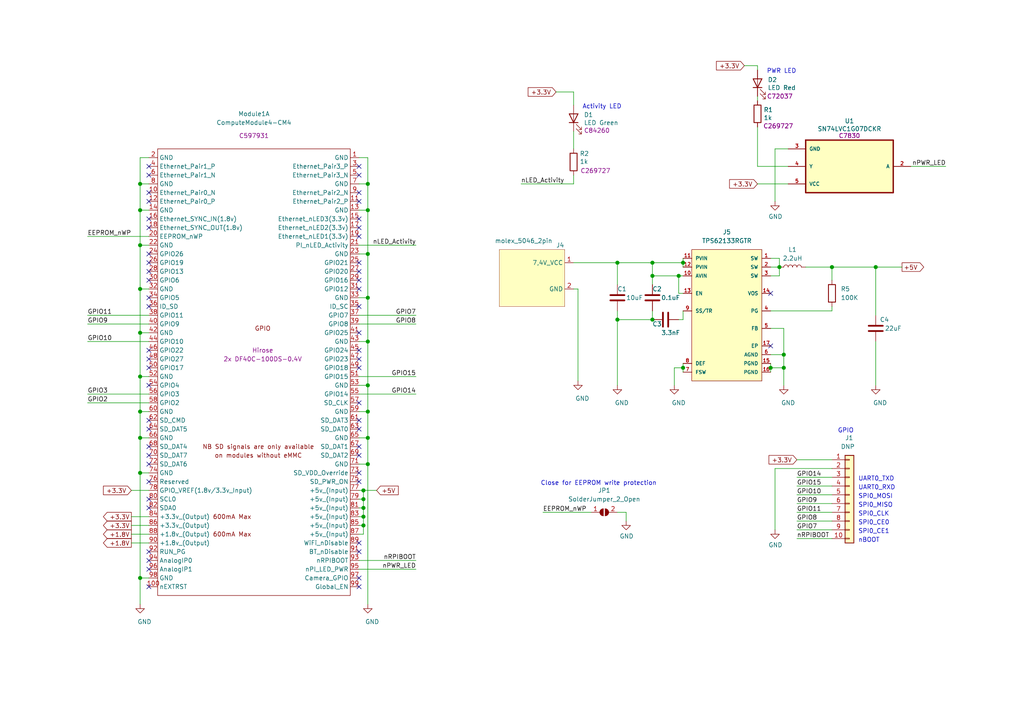
<source format=kicad_sch>
(kicad_sch (version 20210126) (generator eeschema)
  (paper "A4")
  (title_block (title "Compute Module 4 Carrierboard Utskytningsenhet") (date "2021-03-05") (rev "v01") (comment 2 "creativecommons.org/licenses/by-sa/4.0") (comment 3 "License: CC BY-SA 4.0") (comment 4 "Author: Martin Mæland"))
  (lib_symbols
    (symbol "CM4IO:ComputeModule4-CM4"
      (property "Reference" "Module" (at 113.03 -68.58 0))
      (property "Value" "ComputeModule4-CM4" (at 140.97 2.54 0))
      (property "Manufacturer" "Hirose" (at 0 0 0))
      (property "MPN" "2x DF40C-100DS-0.4V" (at 0 -2.54 0))
      (property "MPN (Alt)" "2x DF40HC(3.0)-100DS-0.4V" (at 0 0 0))
      (symbol "ComputeModule4-CM4_1_0"
        (text "GPIO" (at 0 6.35 0) (effects (font (size 1.27 1.27))))
      )
      (symbol "ComputeModule4-CM4_1_1"
        (text "600mA Max" (at -8.89 -53.34 0) (effects (font (size 1.27 1.27))))
        (text "600mA Max" (at -8.89 -48.26 0) (effects (font (size 1.27 1.27))))
        (text "NB SD signals are only available" (at -1.27 -27.94 0) (effects (font (size 1.27 1.27))))
        (text "on modules without eMMC" (at -1.27 -30.48 0) (effects (font (size 1.27 1.27))))
        (rectangle (start -30.48 -71.12) (end 25.4 58.42))
        (pin power_in line (at 27.94 55.88 180) (length 2.54) (name "GND") (number "1"))
        (pin passive line (at -33.02 45.72 0) (length 2.54) (name "Ethernet_Pair0_N") (number "10"))
        (pin output line (at -33.02 -68.58 0) (length 2.54) (name "nEXTRST") (number "100"))
        (pin passive line (at 27.94 43.18 180) (length 2.54) (name "Ethernet_Pair2_P") (number "11"))
        (pin passive line (at -33.02 43.18 0) (length 2.54) (name "Ethernet_Pair0_P") (number "12"))
        (pin power_in line (at 27.94 40.64 180) (length 2.54) (name "GND") (number "13"))
        (pin power_in line (at -33.02 40.64 0) (length 2.54) (name "GND") (number "14"))
        (pin output line (at 27.94 38.1 180) (length 2.54) (name "Ethernet_nLED3(3.3v)") (number "15"))
        (pin input line (at -33.02 38.1 0) (length 2.54) (name "Ethernet_SYNC_IN(1.8v)") (number "16"))
        (pin output line (at 27.94 35.56 180) (length 2.54) (name "Ethernet_nLED2(3.3v)") (number "17"))
        (pin input line (at -33.02 35.56 0) (length 2.54) (name "Ethernet_SYNC_OUT(1.8v)") (number "18"))
        (pin output line (at 27.94 33.02 180) (length 2.54) (name "Ethernet_nLED1(3.3v)") (number "19"))
        (pin power_in line (at -33.02 55.88 0) (length 2.54) (name "GND") (number "2"))
        (pin passive line (at -33.02 33.02 0) (length 2.54) (name "EEPROM_nWP") (number "20"))
        (pin open_collector line (at 27.94 30.48 180) (length 2.54) (name "PI_nLED_Activity") (number "21"))
        (pin power_in line (at -33.02 30.48 0) (length 2.54) (name "GND") (number "22"))
        (pin power_in line (at 27.94 27.94 180) (length 2.54) (name "GND") (number "23"))
        (pin passive line (at -33.02 27.94 0) (length 2.54) (name "GPIO26") (number "24"))
        (pin passive line (at 27.94 25.4 180) (length 2.54) (name "GPIO21") (number "25"))
        (pin passive line (at -33.02 25.4 0) (length 2.54) (name "GPIO19") (number "26"))
        (pin passive line (at 27.94 22.86 180) (length 2.54) (name "GPIO20") (number "27"))
        (pin passive line (at -33.02 22.86 0) (length 2.54) (name "GPIO13") (number "28"))
        (pin passive line (at 27.94 20.32 180) (length 2.54) (name "GPIO16") (number "29"))
        (pin passive line (at 27.94 53.34 180) (length 2.54) (name "Ethernet_Pair3_P") (number "3"))
        (pin passive line (at -33.02 20.32 0) (length 2.54) (name "GPIO6") (number "30"))
        (pin passive line (at 27.94 17.78 180) (length 2.54) (name "GPIO12") (number "31"))
        (pin power_in line (at -33.02 17.78 0) (length 2.54) (name "GND") (number "32"))
        (pin power_in line (at 27.94 15.24 180) (length 2.54) (name "GND") (number "33"))
        (pin passive line (at -33.02 15.24 0) (length 2.54) (name "GPIO5") (number "34"))
        (pin passive line (at 27.94 12.7 180) (length 2.54) (name "ID_SC") (number "35"))
        (pin passive line (at -33.02 12.7 0) (length 2.54) (name "ID_SD") (number "36"))
        (pin passive line (at 27.94 10.16 180) (length 2.54) (name "GPIO7") (number "37"))
        (pin passive line (at -33.02 10.16 0) (length 2.54) (name "GPIO11") (number "38"))
        (pin passive line (at 27.94 7.62 180) (length 2.54) (name "GPIO8") (number "39"))
        (pin passive line (at -33.02 53.34 0) (length 2.54) (name "Ethernet_Pair1_P") (number "4"))
        (pin passive line (at -33.02 7.62 0) (length 2.54) (name "GPIO9") (number "40"))
        (pin passive line (at 27.94 5.08 180) (length 2.54) (name "GPIO25") (number "41"))
        (pin power_in line (at -33.02 5.08 0) (length 2.54) (name "GND") (number "42"))
        (pin power_in line (at 27.94 2.54 180) (length 2.54) (name "GND") (number "43"))
        (pin passive line (at -33.02 2.54 0) (length 2.54) (name "GPIO10") (number "44"))
        (pin passive line (at 27.94 0 180) (length 2.54) (name "GPIO24") (number "45"))
        (pin passive line (at -33.02 0 0) (length 2.54) (name "GPIO22") (number "46"))
        (pin passive line (at 27.94 -2.54 180) (length 2.54) (name "GPIO23") (number "47"))
        (pin passive line (at -33.02 -2.54 0) (length 2.54) (name "GPIO27") (number "48"))
        (pin passive line (at 27.94 -5.08 180) (length 2.54) (name "GPIO18") (number "49"))
        (pin passive line (at 27.94 50.8 180) (length 2.54) (name "Ethernet_Pair3_N") (number "5"))
        (pin passive line (at -33.02 -5.08 0) (length 2.54) (name "GPIO17") (number "50"))
        (pin passive line (at 27.94 -7.62 180) (length 2.54) (name "GPIO15") (number "51"))
        (pin power_in line (at -33.02 -7.62 0) (length 2.54) (name "GND") (number "52"))
        (pin power_in line (at 27.94 -10.16 180) (length 2.54) (name "GND") (number "53"))
        (pin passive line (at -33.02 -10.16 0) (length 2.54) (name "GPIO4") (number "54"))
        (pin passive line (at 27.94 -12.7 180) (length 2.54) (name "GPIO14") (number "55"))
        (pin passive line (at -33.02 -12.7 0) (length 2.54) (name "GPIO3") (number "56"))
        (pin passive line (at 27.94 -15.24 180) (length 2.54) (name "SD_CLK") (number "57"))
        (pin passive line (at -33.02 -15.24 0) (length 2.54) (name "GPIO2") (number "58"))
        (pin power_in line (at 27.94 -17.78 180) (length 2.54) (name "GND") (number "59"))
        (pin passive line (at -33.02 50.8 0) (length 2.54) (name "Ethernet_Pair1_N") (number "6"))
        (pin power_in line (at -33.02 -17.78 0) (length 2.54) (name "GND") (number "60"))
        (pin passive line (at 27.94 -20.32 180) (length 2.54) (name "SD_DAT3") (number "61"))
        (pin passive line (at -33.02 -20.32 0) (length 2.54) (name "SD_CMD") (number "62"))
        (pin passive line (at 27.94 -22.86 180) (length 2.54) (name "SD_DAT0") (number "63"))
        (pin passive line (at -33.02 -22.86 0) (length 2.54) (name "SD_DAT5") (number "64"))
        (pin power_in line (at 27.94 -25.4 180) (length 2.54) (name "GND") (number "65"))
        (pin power_in line (at -33.02 -25.4 0) (length 2.54) (name "GND") (number "66"))
        (pin passive line (at 27.94 -27.94 180) (length 2.54) (name "SD_DAT1") (number "67"))
        (pin passive line (at -33.02 -27.94 0) (length 2.54) (name "SD_DAT4") (number "68"))
        (pin passive line (at 27.94 -30.48 180) (length 2.54) (name "SD_DAT2") (number "69"))
        (pin power_in line (at 27.94 48.26 180) (length 2.54) (name "GND") (number "7"))
        (pin passive line (at -33.02 -30.48 0) (length 2.54) (name "SD_DAT7") (number "70"))
        (pin power_in line (at 27.94 -33.02 180) (length 2.54) (name "GND") (number "71"))
        (pin passive line (at -33.02 -33.02 0) (length 2.54) (name "SD_DAT6") (number "72"))
        (pin input line (at 27.94 -35.56 180) (length 2.54) (name "SD_VDD_Override") (number "73"))
        (pin power_in line (at -33.02 -35.56 0) (length 2.54) (name "GND") (number "74"))
        (pin output line (at 27.94 -38.1 180) (length 2.54) (name "SD_PWR_ON") (number "75"))
        (pin passive line (at -33.02 -38.1 0) (length 2.54) (name "Reserved") (number "76"))
        (pin power_in line (at 27.94 -40.64 180) (length 2.54) (name "+5v_(Input)") (number "77"))
        (pin power_in line (at -33.02 -40.64 0) (length 2.54) (name "GPIO_VREF(1.8v/3.3v_Input)") (number "78"))
        (pin power_in line (at 27.94 -43.18 180) (length 2.54) (name "+5v_(Input)") (number "79"))
        (pin power_in line (at -33.02 48.26 0) (length 2.54) (name "GND") (number "8"))
        (pin passive line (at -33.02 -43.18 0) (length 2.54) (name "SCL0") (number "80"))
        (pin power_in line (at 27.94 -45.72 180) (length 2.54) (name "+5v_(Input)") (number "81"))
        (pin passive line (at -33.02 -45.72 0) (length 2.54) (name "SDA0") (number "82"))
        (pin power_in line (at 27.94 -48.26 180) (length 2.54) (name "+5v_(Input)") (number "83"))
        (pin power_out line (at -33.02 -48.26 0) (length 2.54) (name "+3.3v_(Output)") (number "84"))
        (pin power_in line (at 27.94 -50.8 180) (length 2.54) (name "+5v_(Input)") (number "85"))
        (pin power_out line (at -33.02 -50.8 0) (length 2.54) (name "+3.3v_(Output)") (number "86"))
        (pin power_in line (at 27.94 -53.34 180) (length 2.54) (name "+5v_(Input)") (number "87"))
        (pin power_out line (at -33.02 -53.34 0) (length 2.54) (name "+1.8v_(Output)") (number "88"))
        (pin power_in line (at 27.94 -55.88 180) (length 2.54) (name "WiFi_nDisable") (number "89"))
        (pin passive line (at 27.94 45.72 180) (length 2.54) (name "Ethernet_Pair2_N") (number "9"))
        (pin power_out line (at -33.02 -55.88 0) (length 2.54) (name "+1.8v_(Output)") (number "90"))
        (pin power_in line (at 27.94 -58.42 180) (length 2.54) (name "BT_nDisable") (number "91"))
        (pin passive line (at -33.02 -58.42 0) (length 2.54) (name "RUN_PG") (number "92"))
        (pin input line (at 27.94 -60.96 180) (length 2.54) (name "nRPIBOOT") (number "93"))
        (pin passive line (at -33.02 -60.96 0) (length 2.54) (name "AnalogIP0") (number "94"))
        (pin output line (at 27.94 -63.5 180) (length 2.54) (name "nPI_LED_PWR") (number "95"))
        (pin passive line (at -33.02 -63.5 0) (length 2.54) (name "AnalogIP1") (number "96"))
        (pin passive line (at 27.94 -66.04 180) (length 2.54) (name "Camera_GPIO") (number "97"))
        (pin power_in line (at -33.02 -66.04 0) (length 2.54) (name "GND") (number "98"))
        (pin input line (at 27.94 -68.58 180) (length 2.54) (name "Global_EN") (number "99"))
      )
      (symbol "ComputeModule4-CM4_2_1"
        (text "High Speed Serial" (at 140.97 0 0) (effects (font (size 1.27 1.27))))
        (rectangle (start 114.3 -66.04) (end 165.1 63.5))
        (pin input line (at 170.18 60.96 180) (length 5.08) (name "USB_OTG_ID") (number "101"))
        (pin input line (at 109.22 60.96 0) (length 5.08) (name "PCIe_CLK_nREQ") (number "102"))
        (pin passive line (at 170.18 58.42 180) (length 5.08) (name "USB2_N") (number "103"))
        (pin passive line (at 109.22 58.42 0) (length 5.08) (name "Reserved") (number "104"))
        (pin passive line (at 170.18 55.88 180) (length 5.08) (name "USB2_P") (number "105"))
        (pin passive line (at 109.22 55.88 0) (length 5.08) (name "Reserved") (number "106"))
        (pin power_in line (at 170.18 53.34 180) (length 5.08) (name "GND") (number "107"))
        (pin power_in line (at 109.22 53.34 0) (length 5.08) (name "GND") (number "108"))
        (pin bidirectional line (at 170.18 50.8 180) (length 5.08) (name "PCIe_nRST") (number "109"))
        (pin output line (at 109.22 50.8 0) (length 5.08) (name "PCIe_CLK_P") (number "110"))
        (pin passive line (at 170.18 48.26 180) (length 5.08) (name "VDAC_COMP") (number "111"))
        (pin output line (at 109.22 48.26 0) (length 5.08) (name "PCIe_CLK_N") (number "112"))
        (pin power_in line (at 170.18 45.72 180) (length 5.08) (name "GND") (number "113"))
        (pin power_in line (at 109.22 45.72 0) (length 5.08) (name "GND") (number "114"))
        (pin input line (at 170.18 43.18 180) (length 5.08) (name "CAM1_D0_N") (number "115"))
        (pin input line (at 109.22 43.18 0) (length 5.08) (name "PCIe_RX_P") (number "116"))
        (pin input line (at 170.18 40.64 180) (length 5.08) (name "CAM1_D0_P") (number "117"))
        (pin input line (at 109.22 40.64 0) (length 5.08) (name "PCIe_RX_N") (number "118"))
        (pin power_in line (at 170.18 38.1 180) (length 5.08) (name "GND") (number "119"))
        (pin power_in line (at 109.22 38.1 0) (length 5.08) (name "GND") (number "120"))
        (pin input line (at 170.18 35.56 180) (length 5.08) (name "CAM1_D1_N") (number "121"))
        (pin output line (at 109.22 35.56 0) (length 5.08) (name "PCIe_TX_P") (number "122"))
        (pin input line (at 170.18 33.02 180) (length 5.08) (name "CAM1_D1_P") (number "123"))
        (pin output line (at 109.22 33.02 0) (length 5.08) (name "PCIe_TX_N") (number "124"))
        (pin power_in line (at 170.18 30.48 180) (length 5.08) (name "GND") (number "125"))
        (pin power_in line (at 109.22 30.48 0) (length 5.08) (name "GND") (number "126"))
        (pin input line (at 170.18 27.94 180) (length 5.08) (name "CAM1_C_N") (number "127"))
        (pin input line (at 109.22 27.94 0) (length 5.08) (name "CAM0_D0_N") (number "128"))
        (pin input line (at 170.18 25.4 180) (length 5.08) (name "CAM1_C_P") (number "129"))
        (pin input line (at 109.22 25.4 0) (length 5.08) (name "CAM0_D0_P") (number "130"))
        (pin power_in line (at 170.18 22.86 180) (length 5.08) (name "GND") (number "131"))
        (pin power_in line (at 109.22 22.86 0) (length 5.08) (name "GND") (number "132"))
        (pin input line (at 170.18 20.32 180) (length 5.08) (name "CAM1_D2_N") (number "133"))
        (pin input line (at 109.22 20.32 0) (length 5.08) (name "CAM0_D1_N") (number "134"))
        (pin input line (at 170.18 17.78 180) (length 5.08) (name "CAM1_D2_P") (number "135"))
        (pin input line (at 109.22 17.78 0) (length 5.08) (name "CAM0_D1_P") (number "136"))
        (pin power_in line (at 170.18 15.24 180) (length 5.08) (name "GND") (number "137"))
        (pin power_in line (at 109.22 15.24 0) (length 5.08) (name "GND") (number "138"))
        (pin input line (at 170.18 12.7 180) (length 5.08) (name "CAM1_D3_N") (number "139"))
        (pin input line (at 109.22 12.7 0) (length 5.08) (name "CAM0_C_N") (number "140"))
        (pin input line (at 170.18 10.16 180) (length 5.08) (name "CAM1_D3_P") (number "141"))
        (pin input line (at 109.22 10.16 0) (length 5.08) (name "CAM0_C_P") (number "142"))
        (pin input line (at 170.18 7.62 180) (length 5.08) (name "HDMI1_HOTPLUG") (number "143"))
        (pin power_in line (at 109.22 7.62 0) (length 5.08) (name "GND") (number "144"))
        (pin bidirectional line (at 170.18 5.08 180) (length 5.08) (name "HDMI1_SDA") (number "145"))
        (pin output line (at 109.22 5.08 0) (length 5.08) (name "HDMI1_TX2_P") (number "146"))
        (pin open_collector line (at 170.18 2.54 180) (length 5.08) (name "HDMI1_SCL") (number "147"))
        (pin output line (at 109.22 2.54 0) (length 5.08) (name "HDMI1_TX2_N") (number "148"))
        (pin open_collector line (at 170.18 0 180) (length 5.08) (name "HDMI1_CEC") (number "149"))
        (pin power_in line (at 109.22 0 0) (length 5.08) (name "GND") (number "150"))
        (pin open_collector line (at 170.18 -2.54 180) (length 5.08) (name "HDMI0_CEC") (number "151"))
        (pin output line (at 109.22 -2.54 0) (length 5.08) (name "HDMI1_TX1_P") (number "152"))
        (pin input line (at 170.18 -5.08 180) (length 5.08) (name "HDMI0_HOTPLUG") (number "153"))
        (pin output line (at 109.22 -5.08 0) (length 5.08) (name "HDMI1_TX1_N") (number "154"))
        (pin power_in line (at 170.18 -7.62 180) (length 5.08) (name "GND") (number "155"))
        (pin power_in line (at 109.22 -7.62 0) (length 5.08) (name "GND") (number "156"))
        (pin output line (at 170.18 -10.16 180) (length 5.08) (name "DSI0_D0_N") (number "157"))
        (pin output line (at 109.22 -10.16 0) (length 5.08) (name "HDMI1_TX0_P") (number "158"))
        (pin output line (at 170.18 -12.7 180) (length 5.08) (name "DSI0_D0_P") (number "159"))
        (pin output line (at 109.22 -12.7 0) (length 5.08) (name "HDMI1_TX0_N") (number "160"))
        (pin power_in line (at 170.18 -15.24 180) (length 5.08) (name "GND") (number "161"))
        (pin power_in line (at 109.22 -15.24 0) (length 5.08) (name "GND") (number "162"))
        (pin output line (at 170.18 -17.78 180) (length 5.08) (name "DSI0_D1_N") (number "163"))
        (pin output line (at 109.22 -17.78 0) (length 5.08) (name "HDMI1_CLK_P") (number "164"))
        (pin output line (at 170.18 -20.32 180) (length 5.08) (name "DSI0_D1_P") (number "165"))
        (pin output line (at 109.22 -20.32 0) (length 5.08) (name "HDMI1_CLK_N") (number "166"))
        (pin power_in line (at 170.18 -22.86 180) (length 5.08) (name "GND") (number "167"))
        (pin power_in line (at 109.22 -22.86 0) (length 5.08) (name "GND") (number "168"))
        (pin output line (at 170.18 -25.4 180) (length 5.08) (name "DSI0_C_N") (number "169"))
        (pin output line (at 109.22 -25.4 0) (length 5.08) (name "HDMI0_TX2_P") (number "170"))
        (pin output line (at 170.18 -27.94 180) (length 5.08) (name "DSI0_C_P") (number "171"))
        (pin output line (at 109.22 -27.94 0) (length 5.08) (name "HDMI0_TX2_N") (number "172"))
        (pin power_in line (at 170.18 -30.48 180) (length 5.08) (name "GND") (number "173"))
        (pin power_in line (at 109.22 -30.48 0) (length 5.08) (name "GND") (number "174"))
        (pin output line (at 170.18 -33.02 180) (length 5.08) (name "DSI1_D0_N") (number "175"))
        (pin output line (at 109.22 -33.02 0) (length 5.08) (name "HDMI0_TX1_P") (number "176"))
        (pin output line (at 170.18 -35.56 180) (length 5.08) (name "DSI1_D0_P") (number "177"))
        (pin output line (at 109.22 -35.56 0) (length 5.08) (name "HDMI0_TX1_N") (number "178"))
        (pin power_in line (at 170.18 -38.1 180) (length 5.08) (name "GND") (number "179"))
        (pin power_in line (at 109.22 -38.1 0) (length 5.08) (name "GND") (number "180"))
        (pin output line (at 170.18 -40.64 180) (length 5.08) (name "DSI1_D1_N") (number "181"))
        (pin output line (at 109.22 -40.64 0) (length 5.08) (name "HDMI0_TX0_P") (number "182"))
        (pin output line (at 170.18 -43.18 180) (length 5.08) (name "DSI1_D1_P") (number "183"))
        (pin output line (at 109.22 -43.18 0) (length 5.08) (name "HDMI0_TX0_N") (number "184"))
        (pin power_in line (at 170.18 -45.72 180) (length 5.08) (name "GND") (number "185"))
        (pin power_in line (at 109.22 -45.72 0) (length 5.08) (name "GND") (number "186"))
        (pin output line (at 170.18 -48.26 180) (length 5.08) (name "DSI1_C_N") (number "187"))
        (pin output line (at 109.22 -48.26 0) (length 5.08) (name "HDMI0_CLK_P") (number "188"))
        (pin output line (at 170.18 -50.8 180) (length 5.08) (name "DSI1_C_P") (number "189"))
        (pin output line (at 109.22 -50.8 0) (length 5.08) (name "HDMI0_CLK_N") (number "190"))
        (pin power_in line (at 170.18 -53.34 180) (length 5.08) (name "GND") (number "191"))
        (pin power_in line (at 109.22 -53.34 0) (length 5.08) (name "GND") (number "192"))
        (pin output line (at 170.18 -55.88 180) (length 5.08) (name "DSI1_D2_N") (number "193"))
        (pin output line (at 109.22 -55.88 0) (length 5.08) (name "DSI1_D3_N") (number "194"))
        (pin output line (at 170.18 -58.42 180) (length 5.08) (name "DSI1_D2_P") (number "195"))
        (pin output line (at 109.22 -58.42 0) (length 5.08) (name "DSI1_D3_P") (number "196"))
        (pin power_in line (at 170.18 -60.96 180) (length 5.08) (name "GND") (number "197"))
        (pin power_in line (at 109.22 -60.96 0) (length 5.08) (name "GND") (number "198"))
        (pin bidirectional line (at 170.18 -63.5 180) (length 5.08) (name "HDMI0_SDA") (number "199"))
        (pin open_collector line (at 109.22 -63.5 0) (length 5.08) (name "HDMI0_SCL") (number "200"))
      )
    )
    (symbol "Connector_Generic:Conn_01x10" (pin_names (offset 1.016) hide)
      (property "Reference" "J" (at 0 12.7 0))
      (property "Value" "Conn_01x10" (at 0 -15.24 0))
      (symbol "Conn_01x10_1_1"
        (rectangle (start -1.27 -4.953) (end 0 -5.207) (stroke (width 0.1524)))
        (rectangle (start -1.27 -7.493) (end 0 -7.747) (stroke (width 0.1524)))
        (rectangle (start -1.27 -10.033) (end 0 -10.287) (stroke (width 0.1524)))
        (rectangle (start -1.27 -12.573) (end 0 -12.827) (stroke (width 0.1524)))
        (rectangle (start -1.27 -2.413) (end 0 -2.667) (stroke (width 0.1524)))
        (rectangle (start -1.27 2.667) (end 0 2.413) (stroke (width 0.1524)))
        (rectangle (start -1.27 5.207) (end 0 4.953) (stroke (width 0.1524)))
        (rectangle (start -1.27 7.747) (end 0 7.493) (stroke (width 0.1524)))
        (rectangle (start -1.27 10.287) (end 0 10.033) (stroke (width 0.1524)))
        (rectangle (start -1.27 11.43) (end 1.27 -13.97) (stroke (width 0.254)) (fill (type background)))
        (rectangle (start -1.27 0.127) (end 0 -0.127) (stroke (width 0.1524)))
        (pin passive line (at -5.08 10.16 0) (length 3.81) (name "Pin_1") (number "1"))
        (pin passive line (at -5.08 -12.7 0) (length 3.81) (name "Pin_10") (number "10"))
        (pin passive line (at -5.08 7.62 0) (length 3.81) (name "Pin_2") (number "2"))
        (pin passive line (at -5.08 5.08 0) (length 3.81) (name "Pin_3") (number "3"))
        (pin passive line (at -5.08 2.54 0) (length 3.81) (name "Pin_4") (number "4"))
        (pin passive line (at -5.08 0 0) (length 3.81) (name "Pin_5") (number "5"))
        (pin passive line (at -5.08 -2.54 0) (length 3.81) (name "Pin_6") (number "6"))
        (pin passive line (at -5.08 -5.08 0) (length 3.81) (name "Pin_7") (number "7"))
        (pin passive line (at -5.08 -7.62 0) (length 3.81) (name "Pin_8") (number "8"))
        (pin passive line (at -5.08 -10.16 0) (length 3.81) (name "Pin_9") (number "9"))
      )
    )
    (symbol "Device:C" (pin_numbers hide) (pin_names (offset 0.254))
      (property "Reference" "C" (at 0.635 2.54 0))
      (property "Value" "C" (at 0.635 -2.54 0))
      (symbol "C_0_1"
        (polyline (pts (xy -2.032 -0.762) (xy 2.032 -0.762)) (stroke (width 0.508)))
        (polyline (pts (xy -2.032 0.762) (xy 2.032 0.762)) (stroke (width 0.508)))
      )
      (symbol "C_1_1"
        (pin passive line (at 0 3.81 270) (length 2.794) (name "~") (number "1"))
        (pin passive line (at 0 -3.81 90) (length 2.794) (name "~") (number "2"))
      )
    )
    (symbol "Device:L" (pin_numbers hide) (pin_names (offset 1.016) hide)
      (property "Reference" "L" (at -1.27 0 90))
      (property "Value" "L" (at 1.905 0 90))
      (symbol "L_0_1"
        (arc (start 0 -2.54) (end 0 -1.27) (radius (at 0 -1.905) (length 0.635) (angles -89.9 89.9)))
        (arc (start 0 -1.27) (end 0 0) (radius (at 0 -0.635) (length 0.635) (angles -89.9 89.9)))
        (arc (start 0 0) (end 0 1.27) (radius (at 0 0.635) (length 0.635) (angles -89.9 89.9)))
        (arc (start 0 1.27) (end 0 2.54) (radius (at 0 1.905) (length 0.635) (angles -89.9 89.9)))
      )
      (symbol "L_1_1"
        (pin passive line (at 0 3.81 270) (length 1.27) (name "1") (number "1"))
        (pin passive line (at 0 -3.81 90) (length 1.27) (name "2") (number "2"))
      )
    )
    (symbol "Device:LED" (pin_numbers hide) (pin_names (offset 1.016) hide)
      (property "Reference" "D" (at 0 2.54 0))
      (property "Value" "LED" (at 0 -2.54 0))
      (symbol "LED_0_1"
        (polyline (pts (xy -1.27 -1.27) (xy -1.27 1.27)) (stroke (width 0.254)))
        (polyline (pts (xy -1.27 0) (xy 1.27 0)))
        (polyline (pts (xy 1.27 -1.27) (xy 1.27 1.27) (xy -1.27 0) (xy 1.27 -1.27)) (stroke (width 0.254)))
        (polyline (pts (xy -3.048 -0.762) (xy -4.572 -2.286) (xy -3.81 -2.286) (xy -4.572 -2.286) (xy -4.572 -1.524)))
        (polyline (pts (xy -1.778 -0.762) (xy -3.302 -2.286) (xy -2.54 -2.286) (xy -3.302 -2.286) (xy -3.302 -1.524)))
      )
      (symbol "LED_1_1"
        (pin passive line (at -3.81 0 0) (length 2.54) (name "K") (number "1"))
        (pin passive line (at 3.81 0 180) (length 2.54) (name "A") (number "2"))
      )
    )
    (symbol "Device:R" (pin_numbers hide) (pin_names (offset 0))
      (property "Reference" "R" (at 2.032 0 90))
      (property "Value" "R" (at 0 0 90))
      (symbol "R_0_1"
        (rectangle (start -1.016 -2.54) (end 1.016 2.54) (stroke (width 0.254)))
      )
      (symbol "R_1_1"
        (pin passive line (at 0 3.81 270) (length 1.27) (name "~") (number "1"))
        (pin passive line (at 0 -3.81 90) (length 1.27) (name "~") (number "2"))
      )
    )
    (symbol "Jumper:SolderJumper_2_Open" (pin_names (offset 0) hide)
      (property "Reference" "JP" (at 0 2.032 0))
      (property "Value" "SolderJumper_2_Open" (at 0 -2.54 0))
      (symbol "SolderJumper_2_Open_0_1"
        (arc (start -0.254 1.016) (end -0.254 -1.016) (radius (at -0.254 0) (length 1.016) (angles 90.1 -90.1)))
        (arc (start -0.254 1.016) (end -0.254 -1.016) (radius (at -0.254 0) (length 1.016) (angles 90.1 -90.1)) (fill (type outline)))
        (arc (start 0.254 -1.016) (end 0.254 1.016) (radius (at 0.254 0) (length 1.016) (angles -89.9 89.9)))
        (arc (start 0.254 -1.016) (end 0.254 1.016) (radius (at 0.254 0) (length 1.016) (angles -89.9 89.9)) (fill (type outline)))
        (polyline (pts (xy -0.254 1.016) (xy -0.254 -1.016)))
        (polyline (pts (xy 0.254 1.016) (xy 0.254 -1.016)))
      )
      (symbol "SolderJumper_2_Open_1_1"
        (pin passive line (at -3.81 0 0) (length 2.54) (name "A") (number "1"))
        (pin passive line (at 3.81 0 180) (length 2.54) (name "B") (number "2"))
      )
    )
    (symbol "SN74LVC1G07DCKR:SN74LVC1G07DCKR" (pin_names (offset 1.016))
      (property "Reference" "U" (at -12.7 8.6106 0))
      (property "Value" "SN74LVC1G07DCKR" (at -12.7 -11.6078 0))
      (symbol "SN74LVC1G07DCKR_0_0"
        (rectangle (start -12.7 -7.62) (end 12.7 7.62) (stroke (width 0.4064)) (fill (type background)))
        (pin input line (at -17.78 0 0) (length 5.08) (name "A") (number "2"))
        (pin power_in line (at 17.78 5.08 180) (length 5.08) (name "VCC") (number "5"))
        (pin output line (at 17.78 0 180) (length 5.08) (name "Y") (number "4"))
        (pin power_in line (at 17.78 -5.08 180) (length 5.08) (name "GND") (number "3"))
      )
    )
    (symbol "TPS62133:TPS62133RGTR" (pin_names (offset 1.016))
      (property "Reference" "U" (at 0 5.08 0))
      (property "Value" "TPS62133RGTR" (at 0 7.62 0))
      (symbol "TPS62133RGTR_1_1"
        (rectangle (start 5.08 2.54) (end 25.4 -35.56) (fill (type background)))
        (pin power_in line (at 27.94 0 180) (length 2.54) (name "SW") (number "1"))
        (pin power_in line (at 27.94 -2.54 180) (length 2.54) (name "SW") (number "2"))
        (pin power_in line (at 27.94 -5.08 180) (length 2.54) (name "SW") (number "3"))
        (pin unspecified line (at 27.94 -15.24 180) (length 2.54) (name "PG") (number "4"))
        (pin input line (at 27.94 -20.32 180) (length 2.54) (name "FB") (number "5"))
        (pin power_in line (at 27.94 -27.94 180) (length 2.54) (name "AGND") (number "6"))
        (pin input line (at 2.54 -33.02 0) (length 2.54) (name "FSW") (number "7"))
        (pin input line (at 2.54 -30.48 0) (length 2.54) (name "DEF") (number "8"))
        (pin input line (at 2.54 -15.24 0) (length 2.54) (name "SS/TR") (number "9"))
        (pin power_in line (at 2.54 -5.08 0) (length 2.54) (name "AVIN") (number "10"))
        (pin power_in line (at 2.54 0 0) (length 2.54) (name "PVIN") (number "11"))
        (pin power_in line (at 2.54 -2.54 0) (length 2.54) (name "PVIN") (number "12"))
        (pin input line (at 2.54 -10.16 0) (length 2.54) (name "EN") (number "13"))
        (pin input line (at 27.94 -10.16 180) (length 2.54) (name "VOS") (number "14"))
        (pin power_in line (at 27.94 -30.48 180) (length 2.54) (name "PGND") (number "15"))
        (pin power_in line (at 27.94 -33.02 180) (length 2.54) (name "PGND") (number "16"))
        (pin power_in line (at 27.94 -25.4 180) (length 2.54) (name "EP") (number "17"))
      )
    )
    (symbol "molex_5046_2pin:molex_5046_2pin"
      (property "Reference" "J1" (at 10.16 17.78 0))
      (property "Value" "Molex_5046_2pin" (at 6.35 17.78 0))
      (symbol "molex_5046_2pin_0_1"
        (rectangle (start -10.16 0) (end 8.89 -16.51) (stroke (width 0.001)) (fill (type background)))
      )
      (symbol "molex_5046_2pin_1_1"
        (pin power_out line (at 11.43 -3.81 180) (length 2.54) (name "7,4V_VCC") (number "1"))
        (pin input line (at 11.43 -11.43 180) (length 2.54) (name "GND") (number "2"))
      )
    )
    (symbol "power:GND" (power) (pin_names (offset 0))
      (property "Value" "GND" (at 0 -3.81 0))
      (symbol "GND_0_1"
        (polyline (pts (xy 0 0) (xy 0 -1.27) (xy 1.27 -1.27) (xy 0 -2.54) (xy -1.27 -1.27) (xy 0 -1.27)))
      )
      (symbol "GND_1_1"
        (pin power_in line (at 0 0 270) (length 0) hide (name "GND") (number "1"))
      )
    )
  )
  (junction (at 40.64 53.34) (diameter 1.016))
  (junction (at 40.64 60.96) (diameter 1.016))
  (junction (at 40.64 71.12) (diameter 1.016))
  (junction (at 40.64 83.82) (diameter 1.016))
  (junction (at 40.64 96.52) (diameter 1.016))
  (junction (at 40.64 109.22) (diameter 1.016))
  (junction (at 40.64 119.38) (diameter 1.016))
  (junction (at 40.64 127) (diameter 1.016))
  (junction (at 40.64 137.16) (diameter 1.016))
  (junction (at 40.64 167.64) (diameter 1.016))
  (junction (at 105.41 142.24) (diameter 1.016))
  (junction (at 105.41 144.78) (diameter 1.016))
  (junction (at 105.41 147.32) (diameter 1.016))
  (junction (at 105.41 149.86) (diameter 1.016))
  (junction (at 105.41 152.4) (diameter 1.016))
  (junction (at 106.68 53.34) (diameter 1.016))
  (junction (at 106.68 60.96) (diameter 1.016))
  (junction (at 106.68 73.66) (diameter 1.016))
  (junction (at 106.68 86.36) (diameter 1.016))
  (junction (at 106.68 99.06) (diameter 1.016))
  (junction (at 106.68 111.76) (diameter 1.016))
  (junction (at 106.68 119.38) (diameter 1.016))
  (junction (at 106.68 127) (diameter 1.016))
  (junction (at 106.68 134.62) (diameter 1.016))
  (junction (at 179.07 76.2) (diameter 1.016))
  (junction (at 179.07 92.71) (diameter 1.016))
  (junction (at 189.23 76.2) (diameter 1.016))
  (junction (at 189.23 80.01) (diameter 1.016))
  (junction (at 189.23 92.71) (diameter 1.016))
  (junction (at 196.85 80.01) (diameter 1.016))
  (junction (at 198.12 76.2) (diameter 1.016))
  (junction (at 198.12 106.68) (diameter 1.016))
  (junction (at 223.52 106.68) (diameter 1.016))
  (junction (at 226.06 77.47) (diameter 1.016))
  (junction (at 227.33 102.87) (diameter 1.016))
  (junction (at 227.33 106.68) (diameter 1.016))
  (junction (at 241.3 77.47) (diameter 1.016))
  (junction (at 254 77.47) (diameter 1.016))
  (no_connect (at 43.18 48.26))
  (no_connect (at 43.18 50.8))
  (no_connect (at 43.18 55.88))
  (no_connect (at 43.18 58.42))
  (no_connect (at 43.18 63.5))
  (no_connect (at 43.18 66.04))
  (no_connect (at 43.18 73.66))
  (no_connect (at 43.18 76.2))
  (no_connect (at 43.18 78.74))
  (no_connect (at 43.18 81.28))
  (no_connect (at 43.18 86.36))
  (no_connect (at 43.18 88.9))
  (no_connect (at 43.18 101.6))
  (no_connect (at 43.18 104.14))
  (no_connect (at 43.18 106.68))
  (no_connect (at 43.18 111.76))
  (no_connect (at 43.18 121.92))
  (no_connect (at 43.18 124.46))
  (no_connect (at 43.18 129.54))
  (no_connect (at 43.18 132.08))
  (no_connect (at 43.18 134.62))
  (no_connect (at 43.18 139.7))
  (no_connect (at 43.18 144.78))
  (no_connect (at 43.18 147.32))
  (no_connect (at 43.18 160.02))
  (no_connect (at 43.18 162.56))
  (no_connect (at 43.18 165.1))
  (no_connect (at 43.18 170.18))
  (no_connect (at 104.14 48.26))
  (no_connect (at 104.14 50.8))
  (no_connect (at 104.14 55.88))
  (no_connect (at 104.14 58.42))
  (no_connect (at 104.14 63.5))
  (no_connect (at 104.14 66.04))
  (no_connect (at 104.14 68.58))
  (no_connect (at 104.14 76.2))
  (no_connect (at 104.14 78.74))
  (no_connect (at 104.14 81.28))
  (no_connect (at 104.14 83.82))
  (no_connect (at 104.14 88.9))
  (no_connect (at 104.14 96.52))
  (no_connect (at 104.14 101.6))
  (no_connect (at 104.14 104.14))
  (no_connect (at 104.14 106.68))
  (no_connect (at 104.14 116.84))
  (no_connect (at 104.14 121.92))
  (no_connect (at 104.14 124.46))
  (no_connect (at 104.14 129.54))
  (no_connect (at 104.14 132.08))
  (no_connect (at 104.14 137.16))
  (no_connect (at 104.14 139.7))
  (no_connect (at 104.14 157.48))
  (no_connect (at 104.14 160.02))
  (no_connect (at 104.14 167.64))
  (no_connect (at 104.14 170.18))
  (no_connect (at 223.52 85.09))
  (no_connect (at 223.52 100.33))
  (wire (pts (xy 25.4 68.58) (xy 43.18 68.58)))
  (wire (pts (xy 25.4 91.44) (xy 43.18 91.44)))
  (wire (pts (xy 25.4 93.98) (xy 43.18 93.98)))
  (wire (pts (xy 25.4 99.06) (xy 43.18 99.06)))
  (wire (pts (xy 25.4 114.3) (xy 43.18 114.3)))
  (wire (pts (xy 25.4 116.84) (xy 43.18 116.84)))
  (wire (pts (xy 38.1 142.24) (xy 43.18 142.24)))
  (wire (pts (xy 38.1 149.86) (xy 43.18 149.86)))
  (wire (pts (xy 38.1 152.4) (xy 43.18 152.4)))
  (wire (pts (xy 38.1 154.94) (xy 43.18 154.94)))
  (wire (pts (xy 40.64 45.72) (xy 40.64 53.34)))
  (wire (pts (xy 40.64 53.34) (xy 40.64 60.96)))
  (wire (pts (xy 40.64 53.34) (xy 43.18 53.34)))
  (wire (pts (xy 40.64 60.96) (xy 40.64 71.12)))
  (wire (pts (xy 40.64 60.96) (xy 43.18 60.96)))
  (wire (pts (xy 40.64 71.12) (xy 40.64 83.82)))
  (wire (pts (xy 40.64 71.12) (xy 43.18 71.12)))
  (wire (pts (xy 40.64 83.82) (xy 40.64 96.52)))
  (wire (pts (xy 40.64 83.82) (xy 43.18 83.82)))
  (wire (pts (xy 40.64 96.52) (xy 40.64 109.22)))
  (wire (pts (xy 40.64 96.52) (xy 43.18 96.52)))
  (wire (pts (xy 40.64 109.22) (xy 40.64 119.38)))
  (wire (pts (xy 40.64 109.22) (xy 43.18 109.22)))
  (wire (pts (xy 40.64 119.38) (xy 40.64 127)))
  (wire (pts (xy 40.64 119.38) (xy 43.18 119.38)))
  (wire (pts (xy 40.64 127) (xy 40.64 137.16)))
  (wire (pts (xy 40.64 127) (xy 43.18 127)))
  (wire (pts (xy 40.64 137.16) (xy 40.64 167.64)))
  (wire (pts (xy 40.64 137.16) (xy 43.18 137.16)))
  (wire (pts (xy 40.64 167.64) (xy 40.64 175.26)))
  (wire (pts (xy 40.64 167.64) (xy 43.18 167.64)))
  (wire (pts (xy 43.18 45.72) (xy 40.64 45.72)))
  (wire (pts (xy 43.18 157.48) (xy 38.1 157.48)))
  (wire (pts (xy 104.14 45.72) (xy 106.68 45.72)))
  (wire (pts (xy 104.14 53.34) (xy 106.68 53.34)))
  (wire (pts (xy 104.14 60.96) (xy 106.68 60.96)))
  (wire (pts (xy 104.14 71.12) (xy 120.65 71.12)))
  (wire (pts (xy 104.14 73.66) (xy 106.68 73.66)))
  (wire (pts (xy 104.14 86.36) (xy 106.68 86.36)))
  (wire (pts (xy 104.14 91.44) (xy 120.65 91.44)))
  (wire (pts (xy 104.14 93.98) (xy 120.65 93.98)))
  (wire (pts (xy 104.14 99.06) (xy 106.68 99.06)))
  (wire (pts (xy 104.14 109.22) (xy 120.65 109.22)))
  (wire (pts (xy 104.14 111.76) (xy 106.68 111.76)))
  (wire (pts (xy 104.14 114.3) (xy 120.65 114.3)))
  (wire (pts (xy 104.14 119.38) (xy 106.68 119.38)))
  (wire (pts (xy 104.14 127) (xy 106.68 127)))
  (wire (pts (xy 104.14 134.62) (xy 106.68 134.62)))
  (wire (pts (xy 104.14 142.24) (xy 105.41 142.24)))
  (wire (pts (xy 104.14 144.78) (xy 105.41 144.78)))
  (wire (pts (xy 104.14 147.32) (xy 105.41 147.32)))
  (wire (pts (xy 104.14 149.86) (xy 105.41 149.86)))
  (wire (pts (xy 104.14 152.4) (xy 105.41 152.4)))
  (wire (pts (xy 104.14 154.94) (xy 105.41 154.94)))
  (wire (pts (xy 104.14 162.56) (xy 120.65 162.56)))
  (wire (pts (xy 104.14 165.1) (xy 120.65 165.1)))
  (wire (pts (xy 105.41 142.24) (xy 105.41 144.78)))
  (wire (pts (xy 105.41 142.24) (xy 109.22 142.24)))
  (wire (pts (xy 105.41 144.78) (xy 105.41 147.32)))
  (wire (pts (xy 105.41 147.32) (xy 105.41 149.86)))
  (wire (pts (xy 105.41 149.86) (xy 105.41 152.4)))
  (wire (pts (xy 105.41 152.4) (xy 105.41 154.94)))
  (wire (pts (xy 106.68 45.72) (xy 106.68 53.34)))
  (wire (pts (xy 106.68 53.34) (xy 106.68 60.96)))
  (wire (pts (xy 106.68 60.96) (xy 106.68 73.66)))
  (wire (pts (xy 106.68 73.66) (xy 106.68 86.36)))
  (wire (pts (xy 106.68 86.36) (xy 106.68 99.06)))
  (wire (pts (xy 106.68 99.06) (xy 106.68 111.76)))
  (wire (pts (xy 106.68 111.76) (xy 106.68 119.38)))
  (wire (pts (xy 106.68 119.38) (xy 106.68 127)))
  (wire (pts (xy 106.68 127) (xy 106.68 134.62)))
  (wire (pts (xy 106.68 134.62) (xy 106.68 175.26)))
  (wire (pts (xy 151.13 53.34) (xy 166.37 53.34)))
  (wire (pts (xy 157.48 148.59) (xy 171.45 148.59)))
  (wire (pts (xy 161.29 26.67) (xy 166.37 26.67)))
  (wire (pts (xy 166.37 30.48) (xy 166.37 26.67)))
  (wire (pts (xy 166.37 38.1) (xy 166.37 43.18)))
  (wire (pts (xy 166.37 53.34) (xy 166.37 50.8)))
  (wire (pts (xy 166.37 76.2) (xy 179.07 76.2)))
  (wire (pts (xy 166.37 83.82) (xy 167.64 83.82)))
  (wire (pts (xy 167.64 83.82) (xy 167.64 110.49)))
  (wire (pts (xy 179.07 76.2) (xy 179.07 82.55)))
  (wire (pts (xy 179.07 76.2) (xy 189.23 76.2)))
  (wire (pts (xy 179.07 90.17) (xy 179.07 92.71)))
  (wire (pts (xy 179.07 92.71) (xy 179.07 111.76)))
  (wire (pts (xy 179.07 92.71) (xy 189.23 92.71)))
  (wire (pts (xy 179.07 148.59) (xy 181.61 148.59)))
  (wire (pts (xy 181.61 148.59) (xy 181.61 151.13)))
  (wire (pts (xy 189.23 76.2) (xy 189.23 80.01)))
  (wire (pts (xy 189.23 76.2) (xy 198.12 76.2)))
  (wire (pts (xy 189.23 80.01) (xy 189.23 82.55)))
  (wire (pts (xy 189.23 90.17) (xy 189.23 92.71)))
  (wire (pts (xy 195.58 106.68) (xy 195.58 111.76)))
  (wire (pts (xy 196.85 80.01) (xy 189.23 80.01)))
  (wire (pts (xy 196.85 85.09) (xy 196.85 80.01)))
  (wire (pts (xy 196.85 92.71) (xy 198.12 92.71)))
  (wire (pts (xy 198.12 74.93) (xy 198.12 76.2)))
  (wire (pts (xy 198.12 76.2) (xy 198.12 77.47)))
  (wire (pts (xy 198.12 80.01) (xy 196.85 80.01)))
  (wire (pts (xy 198.12 85.09) (xy 196.85 85.09)))
  (wire (pts (xy 198.12 90.17) (xy 198.12 92.71)))
  (wire (pts (xy 198.12 105.41) (xy 198.12 106.68)))
  (wire (pts (xy 198.12 106.68) (xy 195.58 106.68)))
  (wire (pts (xy 198.12 106.68) (xy 198.12 107.95)))
  (wire (pts (xy 219.71 19.05) (xy 215.9 19.05)))
  (wire (pts (xy 219.71 20.32) (xy 219.71 19.05)))
  (wire (pts (xy 219.71 27.94) (xy 219.71 29.21)))
  (wire (pts (xy 219.71 36.83) (xy 219.71 48.26)))
  (wire (pts (xy 219.71 48.26) (xy 228.6 48.26)))
  (wire (pts (xy 223.52 74.93) (xy 226.06 74.93)))
  (wire (pts (xy 223.52 77.47) (xy 226.06 77.47)))
  (wire (pts (xy 223.52 80.01) (xy 226.06 80.01)))
  (wire (pts (xy 223.52 90.17) (xy 241.3 90.17)))
  (wire (pts (xy 223.52 95.25) (xy 227.33 95.25)))
  (wire (pts (xy 223.52 105.41) (xy 223.52 106.68)))
  (wire (pts (xy 223.52 106.68) (xy 223.52 107.95)))
  (wire (pts (xy 223.52 106.68) (xy 227.33 106.68)))
  (wire (pts (xy 224.79 43.18) (xy 224.79 58.42)))
  (wire (pts (xy 224.79 135.89) (xy 224.79 153.67)))
  (wire (pts (xy 224.79 135.89) (xy 241.3 135.89)))
  (wire (pts (xy 226.06 74.93) (xy 226.06 77.47)))
  (wire (pts (xy 226.06 77.47) (xy 226.06 80.01)))
  (wire (pts (xy 227.33 95.25) (xy 227.33 102.87)))
  (wire (pts (xy 227.33 102.87) (xy 223.52 102.87)))
  (wire (pts (xy 227.33 102.87) (xy 227.33 106.68)))
  (wire (pts (xy 227.33 106.68) (xy 227.33 111.76)))
  (wire (pts (xy 228.6 43.18) (xy 224.79 43.18)))
  (wire (pts (xy 228.6 53.34) (xy 219.71 53.34)))
  (wire (pts (xy 231.14 133.35) (xy 241.3 133.35)))
  (wire (pts (xy 231.14 138.43) (xy 241.3 138.43)))
  (wire (pts (xy 231.14 140.97) (xy 241.3 140.97)))
  (wire (pts (xy 231.14 143.51) (xy 241.3 143.51)))
  (wire (pts (xy 231.14 146.05) (xy 241.3 146.05)))
  (wire (pts (xy 231.14 148.59) (xy 241.3 148.59)))
  (wire (pts (xy 231.14 151.13) (xy 241.3 151.13)))
  (wire (pts (xy 231.14 153.67) (xy 241.3 153.67)))
  (wire (pts (xy 231.14 156.21) (xy 241.3 156.21)))
  (wire (pts (xy 233.68 77.47) (xy 241.3 77.47)))
  (wire (pts (xy 241.3 77.47) (xy 241.3 81.28)))
  (wire (pts (xy 241.3 77.47) (xy 254 77.47)))
  (wire (pts (xy 241.3 88.9) (xy 241.3 90.17)))
  (wire (pts (xy 254 77.47) (xy 254 91.44)))
  (wire (pts (xy 254 77.47) (xy 261.62 77.47)))
  (wire (pts (xy 254 99.06) (xy 254 111.76)))
  (wire (pts (xy 264.16 48.26) (xy 274.32 48.26)))
  (text "Activity LED" (at 168.91 31.75 0) (effects (font (size 1.27 1.27)) (justify left bottom)))
  (text "Close for EEPROM write protection" (at 190.5 140.97 180) (effects (font (size 1.27 1.27)) (justify right bottom)))
  (text "PWR LED" (at 222.377 21.463 0) (effects (font (size 1.27 1.27)) (justify left bottom)))
  (text "GPIO" (at 247.65 125.73 180) (effects (font (size 1.27 1.27)) (justify right bottom)))
  (text "UART0_TXD" (at 248.92 139.7 0) (effects (font (size 1.27 1.27)) (justify left bottom)))
  (text "UART0_RXD" (at 248.92 142.24 0) (effects (font (size 1.27 1.27)) (justify left bottom)))
  (text "SPI0_MOSI" (at 248.92 144.78 0) (effects (font (size 1.27 1.27)) (justify left bottom)))
  (text "SPI0_MISO" (at 248.92 147.32 0) (effects (font (size 1.27 1.27)) (justify left bottom)))
  (text "SPI0_CLK" (at 248.92 149.86 0) (effects (font (size 1.27 1.27)) (justify left bottom)))
  (text "SPI0_CE0" (at 248.92 152.4 0) (effects (font (size 1.27 1.27)) (justify left bottom)))
  (text "SPI0_CE1" (at 248.92 154.94 0) (effects (font (size 1.27 1.27)) (justify left bottom)))
  (text "nBOOT" (at 248.92 157.48 0) (effects (font (size 1.27 1.27)) (justify left bottom)))
  (label "EEPROM_nWP" (at 25.4 68.58 0))
  (label "GPIO11" (at 25.4 91.44 0))
  (label "GPIO9" (at 25.4 93.98 0))
  (label "GPIO10" (at 25.4 99.06 0))
  (label "GPIO3" (at 25.4 114.3 0))
  (label "GPIO2" (at 25.4 116.84 0))
  (label "nLED_Activity" (at 120.65 71.12 180))
  (label "GPIO7" (at 120.65 91.44 180))
  (label "GPIO8" (at 120.65 93.98 180))
  (label "GPIO15" (at 120.65 109.22 180))
  (label "GPIO14" (at 120.65 114.3 180))
  (label "nRPIBOOT" (at 120.65 162.56 180))
  (label "nPWR_LED" (at 120.65 165.1 180))
  (label "nLED_Activity" (at 151.13 53.34 0))
  (label "EEPROM_nWP" (at 157.48 148.59 0))
  (label "GPIO14" (at 231.14 138.43 0))
  (label "GPIO15" (at 231.14 140.97 0))
  (label "GPIO10" (at 231.14 143.51 0))
  (label "GPIO9" (at 231.14 146.05 0))
  (label "GPIO11" (at 231.14 148.59 0))
  (label "GPIO8" (at 231.14 151.13 0))
  (label "GPIO7" (at 231.14 153.67 0))
  (label "nRPIBOOT" (at 231.14 156.21 0))
  (label "nPWR_LED" (at 274.32 48.26 180))
  (global_label "+3.3V" (shape input) (at 38.1 142.24 180) (property "Intersheet References" "${INTERSHEET_REFS}" (effects hide)))
  (global_label "+3.3V" (shape output) (at 38.1 149.86 180) (property "Intersheet References" "${INTERSHEET_REFS}" (effects hide)))
  (global_label "+3.3V" (shape output) (at 38.1 152.4 180) (property "Intersheet References" "${INTERSHEET_REFS}" (effects hide)))
  (global_label "+1.8V" (shape output) (at 38.1 154.94 180) (property "Intersheet References" "${INTERSHEET_REFS}" (effects hide)))
  (global_label "+1.8V" (shape output) (at 38.1 157.48 180) (property "Intersheet References" "${INTERSHEET_REFS}" (effects hide)))
  (global_label "+5V" (shape input) (at 109.22 142.24 0) (property "Intersheet References" "${INTERSHEET_REFS}" (effects hide)))
  (global_label "+3.3V" (shape input) (at 161.29 26.67 180) (property "Intersheet References" "${INTERSHEET_REFS}" (effects hide)))
  (global_label "+3.3V" (shape input) (at 215.9 19.05 180) (property "Intersheet References" "${INTERSHEET_REFS}" (effects hide)))
  (global_label "+3.3V" (shape input) (at 219.71 53.34 180) (property "Intersheet References" "${INTERSHEET_REFS}" (effects hide)))
  (global_label "+3.3V" (shape input) (at 231.14 133.35 180) (property "Intersheet References" "${INTERSHEET_REFS}" (effects hide)))
  (global_label "+5V" (shape output) (at 261.62 77.47 0) (property "Intersheet References" "${INTERSHEET_REFS}" (effects hide)))
  (symbol (lib_id "Device:L") (at 229.87 77.47 90) (unit 1)
    (property "Reference" "L1" (at 229.87 72.39 90))
    (property "Value" "2.2uH" (at 229.87 74.93 90))
    (property "Footprint" "Inductor_SMD:L_0805_2012Metric" (effects hide))
    (property "Datasheet" "https://lcsc.com/product-detail/Inductors-SMD_Yanchuang-SCMI201209U2R2KT_C479898.html" (effects hide))
    (property "MPN" "SCMI201209U2R2KT" (effects hide))
    (property "LCSC PN" "C479898" (effects hide))
  )
  (symbol (lib_id "power:GND") (at 40.64 175.26 0) (unit 1)
    (property "Reference" "#PWR0101" (effects hide))
    (property "Value" "GND" (at 41.91 180.34 0))
  )
  (symbol (lib_id "power:GND") (at 106.68 175.26 0) (unit 1)
    (property "Reference" "#PWR0102" (effects hide))
    (property "Value" "GND" (at 107.95 180.34 0))
  )
  (symbol (lib_id "power:GND") (at 167.64 110.49 0) (unit 1)
    (property "Reference" "#PWR01" (effects hide))
    (property "Value" "GND" (at 168.91 115.57 0))
  )
  (symbol (lib_id "power:GND") (at 179.07 111.76 0) (unit 1)
    (property "Reference" "#PWR02" (effects hide))
    (property "Value" "GND" (at 180.34 116.84 0))
  )
  (symbol (lib_id "power:GND") (at 181.61 151.13 0) (unit 1)
    (property "Reference" "#PWR0105" (effects hide))
    (property "Value" "GND" (at 181.737 155.5242 0))
  )
  (symbol (lib_id "power:GND") (at 195.58 111.76 0) (unit 1)
    (property "Reference" "#PWR03" (effects hide))
    (property "Value" "GND" (at 196.85 116.84 0))
  )
  (symbol (lib_id "power:GND") (at 224.79 58.42 0) (unit 1)
    (property "Reference" "#PWR0110" (effects hide))
    (property "Value" "GND" (at 224.917 62.8142 0))
  )
  (symbol (lib_id "power:GND") (at 224.79 153.67 0) (unit 1)
    (property "Reference" "#PWR0103" (effects hide))
    (property "Value" "GND" (at 224.917 158.0642 0))
  )
  (symbol (lib_id "power:GND") (at 227.33 111.76 0) (unit 1)
    (property "Reference" "#PWR04" (effects hide))
    (property "Value" "GND" (at 228.6 116.84 0))
  )
  (symbol (lib_id "power:GND") (at 254 111.76 0) (unit 1)
    (property "Reference" "#PWR05" (effects hide))
    (property "Value" "GND" (at 255.27 116.84 0))
  )
  (symbol (lib_id "Device:R") (at 166.37 46.99 0) (unit 1)
    (property "Reference" "R2" (at 168.148 44.5516 0) (effects (justify left)))
    (property "Value" "1k" (at 168.148 46.863 0) (effects (justify left)))
    (property "Footprint" "Resistor_SMD:R_0805_2012Metric" (effects hide))
    (property "Datasheet" "https://datasheet.lcsc.com/szlcsc/1811101614_TyoHM-RMC08051K5-N_C269727.pdf" (effects hide))
    (property "Manufacturer" "TyoHM" (effects hide))
    (property "MPN" "RMC08051K5%N" (effects hide))
    (property "LCSC" "C269727" (at 172.72 49.53 0))
  )
  (symbol (lib_id "Device:R") (at 219.71 33.02 0) (unit 1)
    (property "Reference" "R1" (at 221.488 31.8516 0) (effects (justify left)))
    (property "Value" "1k" (at 221.488 34.163 0) (effects (justify left)))
    (property "Footprint" "Resistor_SMD:R_0805_2012Metric" (effects hide))
    (property "Datasheet" "https://datasheet.lcsc.com/szlcsc/1811101614_TyoHM-RMC08051K5-N_C269727.pdf" (effects hide))
    (property "Manufacturer" "TyoHM" (effects hide))
    (property "MPN" "RMC08051K5%N" (effects hide))
    (property "LCSC" "C269727" (at 225.7343 36.5466 0))
  )
  (symbol (lib_id "Device:R") (at 241.3 85.09 0) (unit 1)
    (property "Reference" "R5" (at 243.84 83.82 0) (effects (justify left)))
    (property "Value" "100K" (at 243.84 86.36 0) (effects (justify left)))
    (property "Footprint" "Resistor_SMD:R_0805_2012Metric" (effects hide))
    (property "MPN" "AECR0805F100KK9" (effects hide))
    (property "LCSC PN" "C328379" (effects hide))
  )
  (symbol (lib_id "Jumper:SolderJumper_2_Open") (at 175.26 148.59 0) (unit 1)
    (property "Reference" "JP1" (at 175.26 142.24 0))
    (property "Value" "SolderJumper_2_Open" (at 175.26 144.78 0))
    (property "Footprint" "Jumper:SolderJumper-2_P1.3mm_Open_RoundedPad1.0x1.5mm" (effects hide))
  )
  (symbol (lib_id "Device:LED") (at 166.37 34.29 90) (unit 1)
    (property "Reference" "D1" (at 169.3418 33.2994 90) (effects (justify right)))
    (property "Value" "LED Green" (at 169.3418 35.6108 90) (effects (justify right)))
    (property "Footprint" "LED_SMD:LED_0805_2012Metric" (effects hide))
    (property "Datasheet" "https://datasheet.lcsc.com/szlcsc/2008201032_Foshan-NationStar-Optoelectronics-NCD0805G1_C84260.pdf" (effects hide))
    (property "Part Description" "Green 525~537.5nm 0805 Light Emitting Diodes (LED) RoHS" (effects hide))
    (property "Manufacturer" "Foshan NationStar Optoelectronics" (effects hide))
    (property "MPN" "NCD0805G1" (effects hide))
    (property "LCSC" "C84260" (at 173.1316 37.8492 90))
  )
  (symbol (lib_id "Device:LED") (at 219.71 24.13 90) (unit 1)
    (property "Reference" "D2" (at 222.6818 23.1394 90) (effects (justify right)))
    (property "Value" "LED Red" (at 222.6818 25.4508 90) (effects (justify right)))
    (property "Footprint" "LED_SMD:LED_0805_2012Metric" (effects hide))
    (property "Datasheet" "https://datasheet.lcsc.com/szlcsc/1811061932_Everlight-Elec-17-21SURC-S530-A3-TR8_C72037.pdf" (effects hide))
    (property "Part Description" "Red 624~632nm 0805 Light Emitting Diodes (LED) RoHS" (effects hide))
    (property "Manufacturer" "Everlight Elec" (effects hide))
    (property "MPN" "17-21SURC/S530-A3/TR8" (effects hide))
    (property "LCSC" " 	C72037" (at 223.8161 27.9348 90))
  )
  (symbol (lib_id "Device:C") (at 179.07 86.36 0) (unit 1)
    (property "Reference" "C1" (at 179.07 83.82 0) (effects (justify left)))
    (property "Value" "10uF" (at 181.61 86.36 0) (effects (justify left)))
    (property "Footprint" "Capacitor_SMD:C_0805_2012Metric" (effects hide))
    (property "Datasheet" "https://lcsc.com/product-detail/Multilayer-Ceramic-Capacitors-MLCC-SMD-SMT_Samsung-Electro-Mechanics-CL21A106KPFNNNE_C17024.html" (effects hide))
    (property "MPN" "CL21A106KPFNNNE" (effects hide))
    (property "LCSC PN" "C17024" (effects hide))
  )
  (symbol (lib_id "Device:C") (at 189.23 86.36 0) (unit 1)
    (property "Reference" "C2" (at 189.23 83.82 0) (effects (justify left)))
    (property "Value" "0.1uF" (at 191.77 86.36 0) (effects (justify left)))
    (property "Footprint" "Capacitor_SMD:C_0805_2012Metric" (effects hide))
    (property "Datasheet" "https://lcsc.com/product-detail/Multilayer-Ceramic-Capacitors-MLCC-SMD-SMT_SAMSUNG_CL21B104KBCNNNC_100nF-104-10-50V_C1711.html" (effects hide))
    (property "MPN" "CL21B104KBCNNNC" (effects hide))
    (property "LCSC PN" "C1711" (effects hide))
  )
  (symbol (lib_id "Device:C") (at 193.04 92.71 270) (unit 1)
    (property "Reference" "C3" (at 189.23 93.98 90) (effects (justify left)))
    (property "Value" "3.3nF" (at 191.77 96.52 90) (effects (justify left)))
    (property "Footprint" "Capacitor_SMD:C_0805_2012Metric" (effects hide))
    (property "Datasheet" "https://lcsc.com/product-detail/Multilayer-Ceramic-Capacitors-MLCC-SMD-SMT_Samsung-Electro-Mechanics-CL21B332KBANNNC_C53175.html" (effects hide))
    (property "MPN" "CL21B332KBANNNC" (effects hide))
    (property "LCSC PN" "C53175" (effects hide))
  )
  (symbol (lib_id "Device:C") (at 254 95.25 0) (unit 1)
    (property "Reference" "C4" (at 256.54 92.71 0))
    (property "Value" "22uF" (at 259.08 95.25 0))
    (property "Footprint" "Capacitor_SMD:C_0805_2012Metric" (effects hide))
    (property "Datasheet" "https://lcsc.com/product-detail/Multilayer-Ceramic-Capacitors-MLCC-SMD-SMT_Samsung-Electro-Mechanics-CL21C220JBANNNC_C1804.html" (effects hide))
    (property "MPN" "CL21C220JBANNNC" (effects hide))
    (property "LCSC PN" "C1804" (effects hide))
  )
  (symbol (lib_id "Connector_Generic:Conn_01x10") (at 246.38 143.51 0) (unit 1)
    (property "Reference" "J1" (at 245.11 127 0) (effects (justify left)))
    (property "Value" "DNP" (at 243.84 129.54 0) (effects (justify left)))
    (property "Footprint" "Connector_PinHeader_2.54mm:PinHeader_1x10_P2.54mm_Vertical" (effects hide))
  )
  (symbol (lib_id "molex_5046_2pin:molex_5046_2pin") (at 154.94 72.39 0) (unit 1)
    (property "Reference" "J4" (at 161.29 71.12 0) (effects (justify left)))
    (property "Value" "molex_5046_2pin" (at 143.51 69.85 0) (effects (justify left)))
    (property "Footprint" "Connector_Molex:Molex_KK-254_AE-6410-02A_1x02_P2.54mm_Vertical" (effects hide))
    (property "Datasheet" "https://no.rs-online.com/web/p/pcb-headers/6877269/?cm_mmc=NO-PLA-DS3A-_-google-_-CSS_NO_NO_Connectors_Whoop-_-(NO:Whoop!)+PCB+Headers+(3)-_-6877269&matchtype=&aud-828197004210:pla-388118817001&gclid=Cj0KCQiAyoeCBhCTARIsAOfpKxhvQcl0YpCa0uvFw0gKNlu5cbNg4HIXw8PskzbvxWI0hwQd_yhu1JYaAgmlEALw_wcB&gclsrc=aw.ds" (effects hide))
    (property "Coment" "Buy from RS" (effects hide))
  )
  (symbol (lib_id "SN74LVC1G07DCKR:SN74LVC1G07DCKR") (at 246.38 48.26 180) (unit 1)
    (property "Reference" "U1" (at 246.38 35.0836 0))
    (property "Value" "SN74LVC1G07DCKR" (at 246.38 37.3823 0))
    (property "Footprint" "SN74LVC1G07DCKR:SOT65P210X110-5N" (effects hide))
    (property "Datasheet" "https://datasheet.lcsc.com/szlcsc/1811121113_Texas-Instruments-SN74LVC1G07DCKR_C7830.pdf" (effects hide))
    (property "LCSC" "C7830" (at 246.38 39.37 0))
  )
  (symbol (lib_id "TPS62133:TPS62133RGTR") (at 195.58 74.93 0) (unit 1)
    (property "Reference" "J5" (at 210.82 67.31 0))
    (property "Value" "TPS62133RGTR" (at 210.82 69.85 0))
    (property "Footprint" "TPS62133:Texas_Instruments-TPS62133RGTR-Manufacturer_Recommended" (effects hide))
    (property "Datasheet" "https://www.ti.com/lit/ds/symlink/tps62133.pdf?ts=1614957176833&ref_url=https%253A%252F%252Fwww.ti.com%252Fproduct%252FTPS62133" (effects hide))
    (property "Code  JEDEC" "MO-220" (effects hide))
    (property "Component Link 2 Description" "Package Specification" (effects hide))
    (property "Component Link 2 URL" "http://www.ti.com/litv/pdf/mpqf119g" (effects hide))
    (property "Component Link 3 Description" "URL Link1" (effects hide))
    (property "Component Link 3 URL" "Samples URL:http://www.ti.com/product/tps62133#samples" (effects hide))
    (property "Datasheet Version" "SLVSAG7" (effects hide))
    (property "Duty CycleMax" "100" (effects hide))
    (property "Iout Max A" "3" (effects hide))
    (property "Iq Typm A" "0.017" (effects hide))
    (property "Mounting Technology" "Surface Mount" (effects hide))
    (property "Package Description" "16-Pin Plastic Quad Flat No-Lead, 3 x 3 mm Body, 0.5 mm Pitch, 1.7 x 1.7 mm Exposed Pad" (effects hide))
    (property "Package Version" "revH, Oct-2011" (effects hide))
    (property "Preset VoutV" "5" (effects hide))
    (property "Rating" "Catalog" (effects hide))
    (property "Regulated Outputs" "1" (effects hide))
    (property "Sub Family" "Step-Down Regulator" (effects hide))
    (property "Switch Current LimitTypA" "4.2" (effects hide))
    (property "Synchronous Rectification" "true" (effects hide))
    (property "Topology" "Buck" (effects hide))
    (property "Vin Max V" "17" (effects hide))
    (property "Vin Min V" "3" (effects hide))
    (property "Vout Max V" "5" (effects hide))
    (property "Vout Min V" "5" (effects hide))
    (property "category" "IC" (effects hide))
    (property "ciiva ids" "1489568" (effects hide))
    (property "library id" "4448c7d54b95d140" (effects hide))
    (property "manufacturer" "Texas Instruments" (effects hide))
    (property "package" "RGT0016C" (effects hide))
    (property "release date" "1464593309" (effects hide))
    (property "rohs" "Yes" (effects hide))
    (property "vault revision" "015DBBDD-3397-4736-845A-37AE7F95FDEE" (effects hide))
    (property "imported" "yes" (effects hide))
  )
  (symbol (lib_id "CM4IO:ComputeModule4-CM4") (at 76.2 101.6 0) (unit 1)
    (property "Reference" "Module1" (at 73.66 33.02 0))
    (property "Value" "ComputeModule4-CM4" (at 73.66 35.56 0))
    (property "Footprint" "CM4IO:Raspberry-Pi-4-Compute-Module" (effects hide))
    (property "Manufacturer" "Hirose" (at 76.2 101.6 0))
    (property "MPN" "2x DF40C-100DS-0.4V" (at 76.2 104.14 0))
    (property "Digi-Key_PN" "2x H11615CT-ND" (effects hide))
    (property "Digi-Key_PN (Alt)" "2x H124602CT-ND" (effects hide))
    (property "LCSC" "C597931" (at 73.66 39.37 0))
  )
)
</source>
